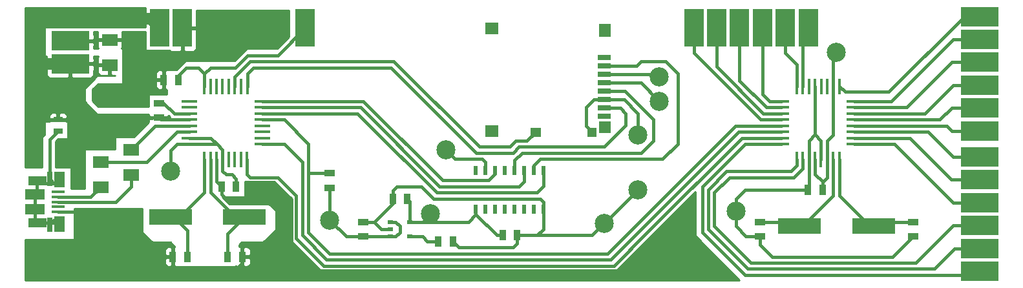
<source format=gtl>
G04 (created by PCBNEW-RS274X (2012-apr-16-27)-stable) date 2012-12-30T00:56:22 CET*
G01*
G70*
G90*
%MOIN*%
G04 Gerber Fmt 3.4, Leading zero omitted, Abs format*
%FSLAX34Y34*%
G04 APERTURE LIST*
%ADD10C,0.006000*%
%ADD11R,0.017700X0.078700*%
%ADD12R,0.078700X0.017700*%
%ADD13R,0.220500X0.082700*%
%ADD14R,0.080000X0.060000*%
%ADD15R,0.068900X0.015700*%
%ADD16R,0.098400X0.056100*%
%ADD17R,0.055100X0.078700*%
%ADD18R,0.096500X0.051200*%
%ADD19R,0.027600X0.071900*%
%ADD20R,0.030000X0.020000*%
%ADD21R,0.055000X0.035000*%
%ADD22R,0.035000X0.055000*%
%ADD23R,0.045000X0.025000*%
%ADD24R,0.066100X0.031500*%
%ADD25R,0.059100X0.063000*%
%ADD26R,0.059100X0.066900*%
%ADD27R,0.066900X0.059100*%
%ADD28R,0.051200X0.050800*%
%ADD29R,0.055100X0.050800*%
%ADD30R,0.020000X0.045000*%
%ADD31R,0.098400X0.196900*%
%ADD32R,0.196900X0.098400*%
%ADD33C,0.098400*%
%ADD34C,0.015700*%
%ADD35C,0.059100*%
%ADD36C,0.010000*%
G04 APERTURE END LIST*
G54D10*
G54D11*
X17313Y-24101D03*
X16998Y-24101D03*
X16683Y-24101D03*
X16368Y-24101D03*
X16053Y-24101D03*
X15738Y-24101D03*
X15423Y-24101D03*
X15108Y-24101D03*
X15110Y-20335D03*
X17320Y-20335D03*
X17000Y-20335D03*
X16680Y-20335D03*
X16370Y-20335D03*
X16050Y-20335D03*
X15740Y-20335D03*
X15420Y-20335D03*
G54D12*
X14320Y-23317D03*
X14320Y-23003D03*
X14320Y-22687D03*
X14320Y-22373D03*
X14320Y-22057D03*
X14320Y-21743D03*
X14320Y-21427D03*
X14320Y-21113D03*
X18100Y-23315D03*
X18100Y-23005D03*
X18100Y-22685D03*
X18100Y-22375D03*
X18100Y-22065D03*
X18100Y-21745D03*
X18100Y-21425D03*
X18100Y-21105D03*
G54D11*
X47864Y-24101D03*
X47549Y-24101D03*
X47234Y-24101D03*
X46919Y-24101D03*
X46604Y-24101D03*
X46289Y-24101D03*
X45974Y-24101D03*
X45659Y-24101D03*
X45661Y-20335D03*
X47871Y-20335D03*
X47551Y-20335D03*
X47231Y-20335D03*
X46921Y-20335D03*
X46601Y-20335D03*
X46291Y-20335D03*
X45971Y-20335D03*
G54D12*
X44871Y-23317D03*
X44871Y-23003D03*
X44871Y-22687D03*
X44871Y-22373D03*
X44871Y-22057D03*
X44871Y-21743D03*
X44871Y-21427D03*
X44871Y-21113D03*
X48651Y-23315D03*
X48651Y-23005D03*
X48651Y-22685D03*
X48651Y-22375D03*
X48651Y-22065D03*
X48651Y-21745D03*
X48651Y-21425D03*
X48651Y-21105D03*
G54D13*
X13367Y-27087D03*
X17185Y-27087D03*
X49626Y-27559D03*
X45808Y-27559D03*
G54D14*
X09764Y-25532D03*
X09764Y-24232D03*
X11339Y-24902D03*
X11339Y-23602D03*
G54D15*
X07569Y-25787D03*
X07569Y-26043D03*
X07569Y-26299D03*
X07569Y-26555D03*
X07569Y-26811D03*
G54D16*
X06359Y-25920D03*
X06359Y-26678D03*
G54D17*
X07650Y-25157D03*
X07650Y-27441D03*
G54D18*
X06516Y-25226D03*
G54D19*
X07126Y-25123D03*
X07126Y-27475D03*
G54D18*
X06516Y-27372D03*
G54D20*
X24697Y-27342D03*
X24697Y-28092D03*
X25697Y-27342D03*
X24697Y-27717D03*
X25697Y-28092D03*
G54D21*
X23307Y-28092D03*
X23307Y-27342D03*
G54D22*
X27184Y-28346D03*
X27934Y-28346D03*
X25572Y-26142D03*
X24822Y-26142D03*
X17068Y-29134D03*
X16318Y-29134D03*
X13483Y-29134D03*
X14233Y-29134D03*
G54D21*
X12756Y-21200D03*
X12756Y-21950D03*
G54D22*
X16003Y-25512D03*
X16753Y-25512D03*
X46989Y-25669D03*
X46239Y-25669D03*
G54D21*
X43780Y-27342D03*
X43780Y-28092D03*
X51654Y-27342D03*
X51654Y-28092D03*
G54D23*
X07559Y-22062D03*
X07559Y-22662D03*
G54D22*
X13011Y-20000D03*
X13761Y-20000D03*
G54D21*
X21575Y-25572D03*
X21575Y-24822D03*
G54D24*
X35732Y-18858D03*
X35732Y-19291D03*
X35732Y-19724D03*
X35732Y-20157D03*
X35732Y-20591D03*
X35732Y-21024D03*
X35732Y-21457D03*
X35732Y-21890D03*
G54D25*
X35767Y-22445D03*
G54D26*
X35767Y-17461D03*
G54D27*
X29921Y-22657D03*
X29921Y-17343D03*
G54D28*
X35118Y-22699D03*
G54D29*
X32204Y-22699D03*
G54D22*
X31241Y-28031D03*
X30491Y-28031D03*
G54D30*
X29116Y-26669D03*
X29616Y-26669D03*
X30116Y-26669D03*
X30616Y-26669D03*
X31116Y-26669D03*
X31616Y-26669D03*
X32116Y-26669D03*
X32616Y-26669D03*
X32616Y-24669D03*
X32116Y-24669D03*
X31616Y-24669D03*
X31116Y-24669D03*
X30616Y-24669D03*
X30116Y-24669D03*
X29616Y-24669D03*
X29116Y-24669D03*
G54D14*
X10236Y-19233D03*
X10236Y-17933D03*
G54D31*
X12795Y-17323D03*
X13977Y-17323D03*
X20315Y-17323D03*
X46260Y-17323D03*
X45079Y-17323D03*
X43898Y-17323D03*
X42716Y-17323D03*
X41535Y-17323D03*
X40354Y-17323D03*
G54D32*
X55118Y-29882D03*
X55118Y-28701D03*
X55118Y-27520D03*
X55118Y-26338D03*
X55118Y-25157D03*
X55118Y-23976D03*
X55118Y-22638D03*
X55118Y-21457D03*
X55118Y-20276D03*
X55118Y-19094D03*
X55118Y-17913D03*
X55118Y-16732D03*
X08189Y-19174D03*
X08189Y-17992D03*
G54D33*
X47717Y-18583D03*
X11496Y-20787D03*
X11496Y-18583D03*
X13386Y-24724D03*
X09921Y-20787D03*
X21575Y-27244D03*
X38583Y-19843D03*
X27559Y-23622D03*
X37480Y-22835D03*
X42520Y-26772D03*
X37480Y-25669D03*
X35748Y-27402D03*
X40000Y-29291D03*
X09449Y-22677D03*
X09449Y-27559D03*
X37638Y-29291D03*
X26772Y-26929D03*
X38583Y-21102D03*
G54D34*
X24697Y-27342D02*
X24980Y-27342D01*
X47551Y-20335D02*
X47551Y-18749D01*
X47026Y-25257D02*
X47234Y-25049D01*
X24978Y-28092D02*
X24697Y-28092D01*
X47234Y-24101D02*
X47234Y-23159D01*
X15444Y-23003D02*
X15758Y-23317D01*
X13386Y-23642D02*
X13386Y-24724D01*
X16753Y-25099D02*
X16753Y-25512D01*
X25197Y-27873D02*
X24978Y-28092D01*
X22423Y-28092D02*
X23307Y-28092D01*
X16053Y-24714D02*
X16221Y-24882D01*
X23307Y-28092D02*
X24697Y-28092D01*
X16053Y-24101D02*
X16053Y-24714D01*
X47234Y-23159D02*
X47551Y-22842D01*
X13711Y-23317D02*
X13386Y-23642D01*
X11496Y-20787D02*
X09921Y-20787D01*
X16053Y-23612D02*
X16053Y-24101D01*
X16221Y-24882D02*
X16536Y-24882D01*
X46604Y-24101D02*
X46604Y-24872D01*
X25197Y-27559D02*
X25197Y-27873D01*
X21575Y-27244D02*
X22423Y-28092D01*
X13711Y-23317D02*
X14320Y-23317D01*
X46989Y-25257D02*
X46989Y-25669D01*
X47551Y-22842D02*
X47551Y-20335D01*
X46604Y-24872D02*
X46989Y-25257D01*
X14320Y-23003D02*
X15444Y-23003D01*
X11496Y-18583D02*
X11496Y-20787D01*
X24980Y-27342D02*
X25197Y-27559D01*
X46989Y-25257D02*
X47026Y-25257D01*
X47551Y-18749D02*
X47717Y-18583D01*
X47234Y-25049D02*
X47234Y-24101D01*
X15758Y-23317D02*
X16053Y-23612D01*
X21575Y-25572D02*
X21575Y-27244D01*
X16536Y-24882D02*
X16753Y-25099D01*
X14320Y-23317D02*
X15758Y-23317D01*
X15108Y-25817D02*
X13838Y-27087D01*
X13543Y-27087D02*
X14233Y-27777D01*
X13838Y-27087D02*
X13367Y-27087D01*
X14233Y-27777D02*
X14233Y-29134D01*
X13367Y-27087D02*
X13543Y-27087D01*
X15108Y-24101D02*
X15108Y-25817D01*
X17164Y-27087D02*
X16318Y-27933D01*
X16693Y-27087D02*
X17185Y-27087D01*
X15423Y-25817D02*
X16693Y-27087D01*
X16318Y-27933D02*
X16318Y-29134D01*
X15423Y-24101D02*
X15423Y-25817D01*
X17185Y-27087D02*
X17164Y-27087D01*
X26360Y-28092D02*
X25697Y-28092D01*
X27184Y-28346D02*
X26614Y-28346D01*
X26614Y-28346D02*
X26360Y-28092D01*
X17481Y-19055D02*
X24881Y-19055D01*
X16680Y-20335D02*
X16680Y-19856D01*
X31181Y-23150D02*
X30866Y-23465D01*
X31753Y-23150D02*
X31181Y-23150D01*
X32204Y-22699D02*
X31753Y-23150D01*
X29291Y-23465D02*
X24881Y-19055D01*
X16680Y-19856D02*
X17481Y-19055D01*
X30866Y-23465D02*
X29291Y-23465D01*
X23005Y-21745D02*
X23465Y-22205D01*
X32280Y-25827D02*
X32283Y-25827D01*
X32283Y-25827D02*
X32283Y-25824D01*
X32283Y-25824D02*
X32616Y-25494D01*
X18100Y-21745D02*
X23005Y-21745D01*
X27087Y-25827D02*
X32280Y-25827D01*
X23465Y-22205D02*
X27087Y-25827D01*
X32616Y-25494D02*
X32616Y-24669D01*
X39528Y-19685D02*
X38898Y-19055D01*
X38898Y-19055D02*
X37638Y-19055D01*
X37402Y-19291D02*
X37638Y-19055D01*
X35732Y-19291D02*
X37402Y-19291D01*
X32116Y-24669D02*
X32116Y-24419D01*
X39528Y-23307D02*
X38741Y-24094D01*
X39528Y-19685D02*
X39528Y-23307D01*
X36220Y-24094D02*
X38741Y-24094D01*
X32441Y-24094D02*
X36220Y-24094D01*
X32116Y-24419D02*
X32441Y-24094D01*
X38583Y-19843D02*
X38464Y-19724D01*
X29449Y-24095D02*
X28032Y-24095D01*
X29616Y-24262D02*
X29449Y-24095D01*
X28032Y-24095D02*
X27559Y-23622D01*
X29616Y-24669D02*
X29616Y-24262D01*
X38464Y-19724D02*
X35732Y-19724D01*
X36575Y-21457D02*
X35732Y-21457D01*
X29134Y-23780D02*
X31023Y-23780D01*
X31338Y-23465D02*
X35748Y-23465D01*
X35748Y-23465D02*
X36850Y-22363D01*
X17638Y-19370D02*
X24724Y-19370D01*
X36850Y-22363D02*
X36850Y-21732D01*
X17320Y-20335D02*
X17320Y-19688D01*
X17320Y-19688D02*
X17638Y-19370D01*
X31023Y-23780D02*
X31338Y-23465D01*
X24724Y-19370D02*
X29134Y-23780D01*
X36850Y-21732D02*
X36575Y-21457D01*
X29764Y-25197D02*
X27411Y-25197D01*
X30116Y-24669D02*
X30116Y-24845D01*
X23310Y-21105D02*
X27411Y-25197D01*
X18100Y-21105D02*
X23310Y-21105D01*
X30116Y-24845D02*
X29764Y-25197D01*
X48651Y-22375D02*
X53071Y-22375D01*
X53399Y-22375D02*
X53662Y-22638D01*
X53662Y-22638D02*
X55118Y-22638D01*
X53071Y-22375D02*
X53399Y-22375D01*
X48651Y-22065D02*
X53053Y-22065D01*
X53661Y-21457D02*
X55118Y-21457D01*
X53053Y-22065D02*
X53661Y-21457D01*
X48651Y-21745D02*
X52271Y-21745D01*
X53740Y-20276D02*
X55118Y-20276D01*
X52271Y-21745D02*
X53740Y-20276D01*
X48651Y-21425D02*
X51331Y-21425D01*
X53662Y-19094D02*
X55118Y-19094D01*
X51331Y-21425D02*
X53662Y-19094D01*
X48651Y-21105D02*
X50391Y-21105D01*
X50391Y-21105D02*
X50548Y-21105D01*
X53740Y-17913D02*
X55118Y-17913D01*
X50548Y-21105D02*
X53740Y-17913D01*
X47871Y-20335D02*
X48166Y-20630D01*
X54292Y-16732D02*
X55118Y-16732D01*
X50394Y-20630D02*
X54292Y-16732D01*
X48166Y-20630D02*
X50394Y-20630D01*
X45971Y-17612D02*
X46260Y-17323D01*
X45971Y-20335D02*
X45971Y-17612D01*
X45079Y-18623D02*
X45079Y-17323D01*
X45661Y-19205D02*
X45079Y-18623D01*
X45661Y-20335D02*
X45661Y-19205D01*
X44871Y-21113D02*
X44262Y-21113D01*
X43898Y-20749D02*
X43898Y-17323D01*
X44262Y-21113D02*
X43898Y-20749D01*
X44871Y-21427D02*
X44104Y-21427D01*
X42716Y-20039D02*
X42716Y-17323D01*
X44104Y-21427D02*
X42716Y-20039D01*
X41535Y-19330D02*
X41535Y-17323D01*
X44871Y-21743D02*
X43948Y-21743D01*
X43948Y-21743D02*
X41535Y-19330D01*
X40354Y-18622D02*
X40354Y-17323D01*
X43789Y-22057D02*
X40354Y-18622D01*
X44871Y-22057D02*
X43789Y-22057D01*
X52126Y-30079D02*
X54921Y-30079D01*
X42992Y-23307D02*
X40787Y-25512D01*
X44871Y-23317D02*
X42992Y-23307D01*
X40787Y-27874D02*
X42992Y-30079D01*
X42992Y-30079D02*
X52126Y-30079D01*
X40787Y-25512D02*
X40787Y-27874D01*
X54921Y-30079D02*
X55118Y-29882D01*
X41102Y-25669D02*
X41102Y-27716D01*
X44095Y-29764D02*
X51811Y-29764D01*
X45659Y-24419D02*
X45354Y-24724D01*
X45354Y-24724D02*
X42047Y-24724D01*
X43150Y-29764D02*
X44095Y-29764D01*
X41102Y-27716D02*
X43150Y-29764D01*
X52756Y-29764D02*
X53819Y-28701D01*
X42047Y-24724D02*
X41102Y-25669D01*
X45659Y-24101D02*
X45659Y-24419D01*
X51811Y-29764D02*
X52756Y-29764D01*
X53819Y-28701D02*
X55118Y-28701D01*
X42205Y-25039D02*
X41417Y-25827D01*
X45974Y-24577D02*
X45512Y-25039D01*
X45974Y-24101D02*
X45974Y-24577D01*
X43307Y-29449D02*
X44252Y-29449D01*
X44252Y-29449D02*
X51653Y-29449D01*
X53740Y-27520D02*
X55118Y-27520D01*
X51653Y-29449D02*
X51811Y-29449D01*
X45512Y-25039D02*
X42205Y-25039D01*
X41417Y-27559D02*
X42992Y-29134D01*
X41417Y-25827D02*
X41417Y-27559D01*
X51811Y-29449D02*
X53740Y-27520D01*
X42992Y-29134D02*
X43307Y-29449D01*
X50717Y-23315D02*
X53740Y-26338D01*
X53740Y-26338D02*
X55118Y-26338D01*
X48651Y-23315D02*
X50717Y-23315D01*
X53648Y-25157D02*
X55118Y-25157D01*
X51496Y-23005D02*
X53648Y-25157D01*
X48651Y-23005D02*
X51496Y-23005D01*
X48651Y-22685D02*
X52449Y-22685D01*
X53740Y-23976D02*
X55118Y-23976D01*
X52449Y-22685D02*
X53740Y-23976D01*
X16693Y-19370D02*
X17323Y-18740D01*
X15110Y-20335D02*
X15110Y-19685D01*
X15110Y-19685D02*
X15118Y-19685D01*
X15118Y-19685D02*
X15433Y-19370D01*
X13761Y-19782D02*
X13761Y-20000D01*
X18898Y-18740D02*
X20315Y-17323D01*
X14173Y-19370D02*
X13761Y-19782D01*
X15433Y-19370D02*
X16693Y-19370D01*
X17323Y-18740D02*
X18898Y-18740D01*
X15110Y-19677D02*
X14803Y-19370D01*
X15110Y-19685D02*
X15110Y-19677D01*
X14803Y-19370D02*
X14173Y-19370D01*
X31616Y-25234D02*
X31616Y-24669D01*
X23157Y-21425D02*
X27247Y-25508D01*
X27247Y-25508D02*
X31342Y-25508D01*
X18100Y-21425D02*
X23157Y-21425D01*
X31342Y-25508D02*
X31616Y-25234D01*
X31116Y-24669D02*
X31116Y-24160D01*
X35732Y-20591D02*
X36812Y-20591D01*
X38268Y-23149D02*
X37637Y-23780D01*
X31496Y-23780D02*
X36062Y-23780D01*
X38268Y-22047D02*
X38268Y-23149D01*
X31116Y-24160D02*
X31496Y-23780D01*
X36062Y-23780D02*
X37637Y-23780D01*
X36812Y-20591D02*
X38268Y-22047D01*
X19843Y-28189D02*
X21260Y-29606D01*
X17313Y-24101D02*
X17313Y-24872D01*
X18898Y-25039D02*
X19843Y-25984D01*
X21260Y-29606D02*
X36221Y-29606D01*
X17313Y-24872D02*
X17480Y-25039D01*
X36221Y-29606D02*
X37953Y-27874D01*
X42824Y-23003D02*
X43768Y-23003D01*
X19843Y-25984D02*
X19843Y-28189D01*
X17480Y-25039D02*
X18898Y-25039D01*
X37953Y-27874D02*
X42824Y-23003D01*
X43768Y-23003D02*
X44871Y-23003D01*
X37323Y-27559D02*
X42509Y-22373D01*
X43454Y-22373D02*
X44871Y-22373D01*
X35906Y-28976D02*
X37323Y-27559D01*
X21575Y-24822D02*
X20472Y-24822D01*
X20472Y-24822D02*
X20472Y-24882D01*
X21575Y-28976D02*
X35906Y-28976D01*
X20472Y-23307D02*
X20472Y-23465D01*
X20472Y-24882D02*
X20472Y-27873D01*
X18100Y-22065D02*
X19230Y-22065D01*
X20472Y-23465D02*
X20472Y-24882D01*
X20472Y-27873D02*
X21575Y-28976D01*
X19230Y-22065D02*
X20472Y-23307D01*
X42509Y-22373D02*
X43454Y-22373D01*
X42668Y-22687D02*
X43612Y-22687D01*
X43612Y-22687D02*
X44871Y-22687D01*
X36063Y-29291D02*
X37638Y-27717D01*
X18100Y-23315D02*
X19221Y-23315D01*
X20157Y-24251D02*
X20157Y-28031D01*
X21417Y-29291D02*
X36063Y-29291D01*
X37638Y-27717D02*
X42668Y-22687D01*
X20157Y-28031D02*
X21417Y-29291D01*
X19221Y-23315D02*
X20157Y-24251D01*
X10552Y-26299D02*
X11339Y-25512D01*
X07569Y-26299D02*
X10552Y-26299D01*
X11339Y-25512D02*
X11339Y-24902D01*
X07569Y-26043D02*
X09253Y-26043D01*
X09253Y-26043D02*
X09764Y-25532D01*
X14320Y-22373D02*
X12568Y-22373D01*
X12568Y-22373D02*
X11339Y-23602D01*
X12146Y-24232D02*
X09764Y-24232D01*
X14320Y-22687D02*
X13691Y-22687D01*
X13691Y-22687D02*
X12146Y-24232D01*
X07347Y-27254D02*
X07126Y-27475D01*
X07347Y-25344D02*
X07126Y-25123D01*
X06457Y-27372D02*
X07532Y-27372D01*
X06359Y-26678D02*
X06359Y-27274D01*
X06359Y-25920D02*
X06359Y-26678D01*
X07126Y-23095D02*
X07126Y-25123D01*
X07650Y-25344D02*
X06575Y-25344D01*
X06457Y-25226D02*
X06457Y-25822D01*
X07650Y-27254D02*
X07347Y-27254D01*
X07650Y-25344D02*
X07347Y-25344D01*
X06359Y-27274D02*
X06457Y-27372D01*
X07532Y-27372D02*
X07650Y-27254D01*
X07559Y-22662D02*
X07126Y-23095D01*
X06575Y-25344D02*
X06457Y-25226D01*
X06457Y-25822D02*
X06359Y-25920D01*
X13554Y-21743D02*
X13011Y-21200D01*
X13011Y-21200D02*
X12756Y-21200D01*
X14320Y-21743D02*
X13554Y-21743D01*
X45591Y-27342D02*
X45808Y-27559D01*
X47549Y-25984D02*
X45974Y-27559D01*
X47549Y-24101D02*
X47549Y-25984D01*
X45974Y-27559D02*
X45808Y-27559D01*
X43780Y-27342D02*
X45591Y-27342D01*
X47864Y-24101D02*
X47864Y-25974D01*
X49843Y-27342D02*
X49626Y-27559D01*
X47864Y-25974D02*
X49449Y-27559D01*
X49449Y-27559D02*
X49626Y-27559D01*
X51654Y-27342D02*
X49843Y-27342D01*
X19055Y-28662D02*
X18583Y-29134D01*
G54D35*
X06614Y-16850D02*
X12322Y-16850D01*
G54D34*
X36772Y-21024D02*
X37480Y-21732D01*
X24252Y-27717D02*
X24697Y-27717D01*
X11024Y-29134D02*
X13483Y-29134D01*
X46289Y-25619D02*
X46239Y-25669D01*
X17637Y-29921D02*
X19843Y-29921D01*
X28249Y-28661D02*
X31024Y-28661D01*
G54D35*
X06299Y-17165D02*
X06614Y-16850D01*
G54D34*
X35748Y-27402D02*
X35119Y-28031D01*
X25039Y-25512D02*
X24822Y-25729D01*
X19055Y-26772D02*
X19055Y-28662D01*
X46289Y-24101D02*
X46289Y-23134D01*
X24822Y-26142D02*
X24822Y-26397D01*
X32441Y-26142D02*
X26930Y-26142D01*
X42520Y-26772D02*
X42520Y-27559D01*
X37008Y-29921D02*
X37638Y-29291D01*
X43053Y-28092D02*
X43780Y-28092D01*
X15738Y-25247D02*
X16003Y-25512D01*
X16003Y-25924D02*
X16378Y-26299D01*
X44409Y-29134D02*
X50612Y-29134D01*
X12441Y-29449D02*
X12756Y-29764D01*
X40000Y-29291D02*
X37638Y-29291D01*
X18582Y-26299D02*
X19055Y-26772D01*
X16003Y-25512D02*
X16003Y-25924D01*
X43780Y-28092D02*
X43780Y-28505D01*
X15738Y-24101D02*
X15738Y-25247D01*
X32616Y-26669D02*
X32616Y-27699D01*
X31241Y-28031D02*
X32284Y-28031D01*
X18583Y-29134D02*
X17068Y-29134D01*
X16764Y-29764D02*
X17068Y-29460D01*
X35196Y-21024D02*
X35732Y-21024D01*
X35118Y-22699D02*
X34803Y-22384D01*
X37323Y-25827D02*
X35748Y-27402D01*
X27934Y-28346D02*
X28249Y-28661D01*
X35732Y-21024D02*
X36772Y-21024D01*
X32616Y-27699D02*
X32616Y-26919D01*
X31024Y-28661D02*
X31241Y-28444D01*
X46601Y-22822D02*
X46601Y-20335D01*
X26300Y-25512D02*
X25039Y-25512D01*
X24822Y-26397D02*
X23877Y-27342D01*
X09449Y-27559D02*
X11024Y-29134D01*
X37480Y-21732D02*
X37480Y-22835D01*
X32616Y-26669D02*
X32616Y-26317D01*
X17068Y-29460D02*
X17068Y-29134D01*
X16378Y-26299D02*
X18582Y-26299D01*
X20157Y-29607D02*
X20157Y-29606D01*
G54D35*
X08189Y-19174D02*
X06733Y-19174D01*
G54D34*
X35119Y-28031D02*
X32284Y-28031D01*
X31241Y-28444D02*
X31241Y-28031D01*
X32616Y-26317D02*
X32441Y-26142D01*
X34803Y-21417D02*
X35196Y-21024D01*
X19843Y-29921D02*
X20157Y-29607D01*
X24822Y-25729D02*
X24822Y-26142D01*
X12863Y-22057D02*
X12756Y-21950D01*
X10176Y-21950D02*
X09449Y-22677D01*
X12756Y-21950D02*
X10176Y-21950D01*
X08701Y-26811D02*
X07569Y-26811D01*
X32284Y-28031D02*
X32616Y-27699D01*
X13483Y-29134D02*
X12441Y-29134D01*
X12441Y-29134D02*
X13483Y-29134D01*
X09449Y-27559D02*
X08701Y-26811D01*
X46289Y-24101D02*
X46289Y-25619D01*
X46919Y-23140D02*
X46601Y-22822D01*
X46919Y-24101D02*
X46919Y-23140D01*
X43780Y-28505D02*
X44409Y-29134D01*
X16764Y-29764D02*
X17480Y-29764D01*
X12756Y-29764D02*
X16764Y-29764D01*
X46289Y-23134D02*
X46601Y-22822D01*
X23877Y-27342D02*
X24252Y-27717D01*
X37480Y-25669D02*
X35748Y-27402D01*
X17480Y-29764D02*
X17637Y-29921D01*
X19843Y-29921D02*
X37008Y-29921D01*
X23307Y-27342D02*
X23877Y-27342D01*
X42993Y-25669D02*
X42520Y-26142D01*
X14320Y-22057D02*
X12863Y-22057D01*
X42520Y-26142D02*
X42520Y-26772D01*
G54D35*
X06299Y-18740D02*
X06299Y-17165D01*
G54D34*
X42520Y-27559D02*
X43053Y-28092D01*
X26930Y-26142D02*
X26300Y-25512D01*
G54D35*
X06733Y-19174D02*
X06299Y-18740D01*
G54D34*
X50612Y-29134D02*
X51654Y-28092D01*
X12441Y-29134D02*
X12441Y-29449D01*
G54D35*
X12322Y-16850D02*
X12795Y-17323D01*
G54D34*
X34803Y-22384D02*
X34803Y-21417D01*
X46239Y-25669D02*
X42993Y-25669D01*
X29116Y-26669D02*
X29116Y-26947D01*
X29116Y-26947D02*
X28721Y-27342D01*
X28721Y-27342D02*
X25697Y-27342D01*
X30200Y-28031D02*
X30491Y-28031D01*
X29116Y-26947D02*
X30200Y-28031D01*
X26772Y-26929D02*
X26359Y-27342D01*
X25697Y-27342D02*
X25697Y-26267D01*
X26359Y-27342D02*
X25697Y-27342D01*
X37638Y-20157D02*
X38583Y-21102D01*
X35732Y-20157D02*
X37638Y-20157D01*
X25697Y-26267D02*
X25572Y-26142D01*
G54D10*
G36*
X42714Y-30344D02*
X17493Y-30344D01*
X17493Y-29246D01*
X17493Y-29022D01*
X17492Y-28908D01*
X17492Y-28809D01*
X17454Y-28718D01*
X17384Y-28648D01*
X17292Y-28610D01*
X17180Y-28609D01*
X17118Y-28671D01*
X17118Y-29084D01*
X17431Y-29084D01*
X17493Y-29022D01*
X17493Y-29246D01*
X17431Y-29184D01*
X17118Y-29184D01*
X17118Y-29597D01*
X17180Y-29659D01*
X17292Y-29658D01*
X17384Y-29620D01*
X17454Y-29550D01*
X17492Y-29459D01*
X17492Y-29360D01*
X17493Y-29246D01*
X17493Y-30344D01*
X13433Y-30344D01*
X13433Y-29597D01*
X13433Y-29184D01*
X13433Y-29084D01*
X13433Y-28671D01*
X13371Y-28609D01*
X13259Y-28610D01*
X13167Y-28648D01*
X13097Y-28718D01*
X13059Y-28809D01*
X13059Y-28908D01*
X13058Y-29022D01*
X13120Y-29084D01*
X13433Y-29084D01*
X13433Y-29184D01*
X13120Y-29184D01*
X13058Y-29246D01*
X13059Y-29360D01*
X13059Y-29459D01*
X13097Y-29550D01*
X13167Y-29620D01*
X13259Y-29658D01*
X13371Y-29659D01*
X13433Y-29597D01*
X13433Y-30344D01*
X05877Y-30344D01*
X05877Y-28239D01*
X08396Y-28239D01*
X08396Y-26664D01*
X11919Y-26664D01*
X11919Y-27895D01*
X12420Y-28396D01*
X13365Y-28396D01*
X13586Y-28617D01*
X13533Y-28671D01*
X13533Y-29034D01*
X13533Y-29084D01*
X13533Y-29184D01*
X13533Y-29234D01*
X13533Y-29597D01*
X13595Y-29659D01*
X13707Y-29658D01*
X13711Y-29656D01*
X16714Y-29656D01*
X16751Y-29619D01*
X16752Y-29620D01*
X16844Y-29658D01*
X16956Y-29659D01*
X17018Y-29597D01*
X17018Y-29234D01*
X17018Y-29184D01*
X17018Y-29084D01*
X17018Y-29034D01*
X17018Y-28671D01*
X16956Y-28609D01*
X16900Y-28609D01*
X16900Y-28525D01*
X17029Y-28396D01*
X18132Y-28396D01*
X18790Y-27738D01*
X18790Y-26750D01*
X18446Y-26406D01*
X16399Y-26406D01*
X16030Y-26037D01*
X16103Y-26037D01*
X16103Y-26034D01*
X16112Y-26034D01*
X16115Y-26037D01*
X16227Y-26036D01*
X16231Y-26034D01*
X17215Y-26034D01*
X17215Y-25247D01*
X18719Y-25247D01*
X19635Y-26163D01*
X19635Y-28367D01*
X21081Y-29813D01*
X21260Y-29813D01*
X36221Y-29813D01*
X36399Y-29813D01*
X40422Y-25790D01*
X40422Y-28052D01*
X42714Y-30344D01*
X42714Y-30344D01*
G37*
G54D36*
X42714Y-30344D02*
X17493Y-30344D01*
X17493Y-29246D01*
X17493Y-29022D01*
X17492Y-28908D01*
X17492Y-28809D01*
X17454Y-28718D01*
X17384Y-28648D01*
X17292Y-28610D01*
X17180Y-28609D01*
X17118Y-28671D01*
X17118Y-29084D01*
X17431Y-29084D01*
X17493Y-29022D01*
X17493Y-29246D01*
X17431Y-29184D01*
X17118Y-29184D01*
X17118Y-29597D01*
X17180Y-29659D01*
X17292Y-29658D01*
X17384Y-29620D01*
X17454Y-29550D01*
X17492Y-29459D01*
X17492Y-29360D01*
X17493Y-29246D01*
X17493Y-30344D01*
X13433Y-30344D01*
X13433Y-29597D01*
X13433Y-29184D01*
X13433Y-29084D01*
X13433Y-28671D01*
X13371Y-28609D01*
X13259Y-28610D01*
X13167Y-28648D01*
X13097Y-28718D01*
X13059Y-28809D01*
X13059Y-28908D01*
X13058Y-29022D01*
X13120Y-29084D01*
X13433Y-29084D01*
X13433Y-29184D01*
X13120Y-29184D01*
X13058Y-29246D01*
X13059Y-29360D01*
X13059Y-29459D01*
X13097Y-29550D01*
X13167Y-29620D01*
X13259Y-29658D01*
X13371Y-29659D01*
X13433Y-29597D01*
X13433Y-30344D01*
X05877Y-30344D01*
X05877Y-28239D01*
X08396Y-28239D01*
X08396Y-26664D01*
X11919Y-26664D01*
X11919Y-27895D01*
X12420Y-28396D01*
X13365Y-28396D01*
X13586Y-28617D01*
X13533Y-28671D01*
X13533Y-29034D01*
X13533Y-29084D01*
X13533Y-29184D01*
X13533Y-29234D01*
X13533Y-29597D01*
X13595Y-29659D01*
X13707Y-29658D01*
X13711Y-29656D01*
X16714Y-29656D01*
X16751Y-29619D01*
X16752Y-29620D01*
X16844Y-29658D01*
X16956Y-29659D01*
X17018Y-29597D01*
X17018Y-29234D01*
X17018Y-29184D01*
X17018Y-29084D01*
X17018Y-29034D01*
X17018Y-28671D01*
X16956Y-28609D01*
X16900Y-28609D01*
X16900Y-28525D01*
X17029Y-28396D01*
X18132Y-28396D01*
X18790Y-27738D01*
X18790Y-26750D01*
X18446Y-26406D01*
X16399Y-26406D01*
X16030Y-26037D01*
X16103Y-26037D01*
X16103Y-26034D01*
X16112Y-26034D01*
X16115Y-26037D01*
X16227Y-26036D01*
X16231Y-26034D01*
X17215Y-26034D01*
X17215Y-25247D01*
X18719Y-25247D01*
X19635Y-26163D01*
X19635Y-28367D01*
X21081Y-29813D01*
X21260Y-29813D01*
X36221Y-29813D01*
X36399Y-29813D01*
X40422Y-25790D01*
X40422Y-28052D01*
X42714Y-30344D01*
G54D10*
G36*
X19478Y-17774D02*
X18877Y-18375D01*
X17302Y-18375D01*
X16672Y-19005D01*
X14716Y-19005D01*
X14716Y-17434D01*
X14655Y-17373D01*
X14027Y-17373D01*
X14027Y-18493D01*
X14088Y-18554D01*
X14518Y-18553D01*
X14608Y-18516D01*
X14678Y-18446D01*
X14715Y-18356D01*
X14715Y-18258D01*
X14716Y-17434D01*
X14716Y-19005D01*
X14152Y-19005D01*
X13680Y-19478D01*
X13178Y-19478D01*
X13122Y-19478D01*
X13061Y-19539D01*
X13061Y-19900D01*
X13061Y-19950D01*
X13061Y-20050D01*
X13061Y-20100D01*
X13061Y-20461D01*
X13122Y-20522D01*
X13178Y-20521D01*
X13178Y-20737D01*
X12961Y-20737D01*
X12961Y-20461D01*
X12961Y-20050D01*
X12961Y-19950D01*
X12961Y-19539D01*
X12900Y-19478D01*
X12787Y-19479D01*
X12697Y-19516D01*
X12627Y-19586D01*
X12590Y-19676D01*
X12590Y-19774D01*
X12589Y-19889D01*
X12650Y-19950D01*
X12961Y-19950D01*
X12961Y-20050D01*
X12650Y-20050D01*
X12589Y-20111D01*
X12590Y-20226D01*
X12590Y-20324D01*
X12627Y-20414D01*
X12697Y-20484D01*
X12787Y-20521D01*
X12900Y-20522D01*
X12961Y-20461D01*
X12961Y-20737D01*
X12233Y-20737D01*
X12233Y-21367D01*
X09627Y-21367D01*
X09341Y-21081D01*
X09341Y-20493D01*
X09627Y-20207D01*
X10916Y-20207D01*
X10916Y-18375D01*
X10842Y-18375D01*
X10845Y-18372D01*
X10882Y-18282D01*
X10883Y-18044D01*
X10822Y-17983D01*
X10336Y-17983D01*
X10286Y-17983D01*
X10186Y-17983D01*
X10136Y-17983D01*
X09650Y-17983D01*
X09589Y-18044D01*
X09590Y-18282D01*
X09627Y-18372D01*
X09630Y-18375D01*
X09419Y-18375D01*
X09420Y-18103D01*
X09359Y-18042D01*
X08289Y-18042D01*
X08239Y-18042D01*
X08139Y-18042D01*
X08139Y-17942D01*
X08239Y-17942D01*
X08289Y-17942D01*
X09359Y-17942D01*
X09420Y-17881D01*
X09419Y-17530D01*
X09612Y-17530D01*
X09590Y-17584D01*
X09589Y-17822D01*
X09650Y-17883D01*
X10136Y-17883D01*
X10186Y-17883D01*
X10286Y-17883D01*
X10336Y-17883D01*
X10822Y-17883D01*
X10883Y-17822D01*
X10882Y-17584D01*
X10859Y-17530D01*
X12076Y-17530D01*
X12076Y-18475D01*
X13305Y-18475D01*
X13346Y-18516D01*
X13436Y-18553D01*
X13866Y-18554D01*
X13927Y-18493D01*
X13927Y-17423D01*
X13927Y-17373D01*
X13927Y-17273D01*
X14027Y-17273D01*
X14077Y-17273D01*
X14655Y-17273D01*
X14716Y-17212D01*
X14715Y-16428D01*
X19478Y-16428D01*
X19478Y-17774D01*
X19478Y-17774D01*
G37*
G54D36*
X19478Y-17774D02*
X18877Y-18375D01*
X17302Y-18375D01*
X16672Y-19005D01*
X14716Y-19005D01*
X14716Y-17434D01*
X14655Y-17373D01*
X14027Y-17373D01*
X14027Y-18493D01*
X14088Y-18554D01*
X14518Y-18553D01*
X14608Y-18516D01*
X14678Y-18446D01*
X14715Y-18356D01*
X14715Y-18258D01*
X14716Y-17434D01*
X14716Y-19005D01*
X14152Y-19005D01*
X13680Y-19478D01*
X13178Y-19478D01*
X13122Y-19478D01*
X13061Y-19539D01*
X13061Y-19900D01*
X13061Y-19950D01*
X13061Y-20050D01*
X13061Y-20100D01*
X13061Y-20461D01*
X13122Y-20522D01*
X13178Y-20521D01*
X13178Y-20737D01*
X12961Y-20737D01*
X12961Y-20461D01*
X12961Y-20050D01*
X12961Y-19950D01*
X12961Y-19539D01*
X12900Y-19478D01*
X12787Y-19479D01*
X12697Y-19516D01*
X12627Y-19586D01*
X12590Y-19676D01*
X12590Y-19774D01*
X12589Y-19889D01*
X12650Y-19950D01*
X12961Y-19950D01*
X12961Y-20050D01*
X12650Y-20050D01*
X12589Y-20111D01*
X12590Y-20226D01*
X12590Y-20324D01*
X12627Y-20414D01*
X12697Y-20484D01*
X12787Y-20521D01*
X12900Y-20522D01*
X12961Y-20461D01*
X12961Y-20737D01*
X12233Y-20737D01*
X12233Y-21367D01*
X09627Y-21367D01*
X09341Y-21081D01*
X09341Y-20493D01*
X09627Y-20207D01*
X10916Y-20207D01*
X10916Y-18375D01*
X10842Y-18375D01*
X10845Y-18372D01*
X10882Y-18282D01*
X10883Y-18044D01*
X10822Y-17983D01*
X10336Y-17983D01*
X10286Y-17983D01*
X10186Y-17983D01*
X10136Y-17983D01*
X09650Y-17983D01*
X09589Y-18044D01*
X09590Y-18282D01*
X09627Y-18372D01*
X09630Y-18375D01*
X09419Y-18375D01*
X09420Y-18103D01*
X09359Y-18042D01*
X08289Y-18042D01*
X08239Y-18042D01*
X08139Y-18042D01*
X08139Y-17942D01*
X08239Y-17942D01*
X08289Y-17942D01*
X09359Y-17942D01*
X09420Y-17881D01*
X09419Y-17530D01*
X09612Y-17530D01*
X09590Y-17584D01*
X09589Y-17822D01*
X09650Y-17883D01*
X10136Y-17883D01*
X10186Y-17883D01*
X10286Y-17883D01*
X10336Y-17883D01*
X10822Y-17883D01*
X10883Y-17822D01*
X10882Y-17584D01*
X10859Y-17530D01*
X12076Y-17530D01*
X12076Y-18475D01*
X13305Y-18475D01*
X13346Y-18516D01*
X13436Y-18553D01*
X13866Y-18554D01*
X13927Y-18493D01*
X13927Y-17423D01*
X13927Y-17373D01*
X13927Y-17273D01*
X14027Y-17273D01*
X14077Y-17273D01*
X14655Y-17273D01*
X14716Y-17212D01*
X14715Y-16428D01*
X19478Y-16428D01*
X19478Y-17774D01*
G54D10*
G36*
X12845Y-17373D02*
X12745Y-17373D01*
X12745Y-17273D01*
X12845Y-17273D01*
X12845Y-17373D01*
X12845Y-17373D01*
G37*
G54D36*
X12845Y-17373D02*
X12745Y-17373D01*
X12745Y-17273D01*
X12845Y-17273D01*
X12845Y-17373D01*
G54D10*
G36*
X13336Y-21997D02*
X12420Y-21997D01*
X12417Y-22000D01*
X12295Y-22000D01*
X12234Y-22061D01*
X12235Y-22174D01*
X12237Y-22179D01*
X11475Y-22942D01*
X10501Y-22942D01*
X10501Y-23572D01*
X08926Y-23572D01*
X08926Y-25619D01*
X08239Y-25619D01*
X08239Y-24517D01*
X08139Y-24517D01*
X08139Y-19852D01*
X08139Y-19224D01*
X07019Y-19224D01*
X06958Y-19285D01*
X06959Y-19715D01*
X06996Y-19805D01*
X07066Y-19875D01*
X07156Y-19912D01*
X07254Y-19912D01*
X08078Y-19913D01*
X08139Y-19852D01*
X08139Y-24517D01*
X07452Y-24517D01*
X07452Y-23171D01*
X07580Y-23042D01*
X08081Y-23042D01*
X08081Y-22155D01*
X08031Y-22155D01*
X08031Y-21951D01*
X08030Y-21888D01*
X07993Y-21798D01*
X07923Y-21728D01*
X07833Y-21691D01*
X07735Y-21691D01*
X07670Y-21690D01*
X07609Y-21751D01*
X07609Y-22012D01*
X07970Y-22012D01*
X08031Y-21951D01*
X08031Y-22155D01*
X08013Y-22155D01*
X07970Y-22112D01*
X07659Y-22112D01*
X07609Y-22112D01*
X07509Y-22112D01*
X07509Y-22012D01*
X07509Y-21751D01*
X07448Y-21690D01*
X07383Y-21691D01*
X07285Y-21691D01*
X07195Y-21728D01*
X07125Y-21798D01*
X07088Y-21888D01*
X07087Y-21951D01*
X07148Y-22012D01*
X07509Y-22012D01*
X07509Y-22112D01*
X07459Y-22112D01*
X07148Y-22112D01*
X07105Y-22155D01*
X06879Y-22155D01*
X06879Y-22814D01*
X06722Y-22971D01*
X06722Y-24517D01*
X05877Y-24517D01*
X05877Y-16270D01*
X12065Y-16270D01*
X12057Y-16290D01*
X12057Y-16388D01*
X12056Y-17212D01*
X12067Y-17223D01*
X12056Y-17223D01*
X12056Y-17273D01*
X06879Y-17273D01*
X06879Y-18790D01*
X06958Y-18790D01*
X06958Y-19063D01*
X07019Y-19124D01*
X08089Y-19124D01*
X08139Y-19124D01*
X08239Y-19124D01*
X08289Y-19124D01*
X09359Y-19124D01*
X09420Y-19063D01*
X09419Y-18790D01*
X09631Y-18790D01*
X09627Y-18794D01*
X09590Y-18884D01*
X09589Y-19122D01*
X09650Y-19183D01*
X10136Y-19183D01*
X10186Y-19183D01*
X10286Y-19183D01*
X10286Y-19283D01*
X10286Y-19333D01*
X10286Y-19719D01*
X10347Y-19780D01*
X10501Y-19779D01*
X10501Y-19793D01*
X10186Y-19793D01*
X10186Y-19719D01*
X10186Y-19283D01*
X09650Y-19283D01*
X09589Y-19344D01*
X09590Y-19582D01*
X09627Y-19672D01*
X09697Y-19742D01*
X09787Y-19779D01*
X09885Y-19779D01*
X10125Y-19780D01*
X10186Y-19719D01*
X10186Y-19793D01*
X09585Y-19793D01*
X09420Y-19957D01*
X09420Y-19285D01*
X09359Y-19224D01*
X08239Y-19224D01*
X08239Y-19852D01*
X08300Y-19913D01*
X09124Y-19912D01*
X09222Y-19912D01*
X09312Y-19875D01*
X09382Y-19805D01*
X09419Y-19715D01*
X09420Y-19285D01*
X09420Y-19957D01*
X08926Y-20451D01*
X08926Y-21123D01*
X09585Y-21782D01*
X12234Y-21782D01*
X12234Y-21839D01*
X12295Y-21900D01*
X12656Y-21900D01*
X12706Y-21900D01*
X12806Y-21900D01*
X12856Y-21900D01*
X13217Y-21900D01*
X13271Y-21846D01*
X13336Y-21911D01*
X13336Y-21997D01*
X13336Y-21997D01*
G37*
G54D36*
X13336Y-21997D02*
X12420Y-21997D01*
X12417Y-22000D01*
X12295Y-22000D01*
X12234Y-22061D01*
X12235Y-22174D01*
X12237Y-22179D01*
X11475Y-22942D01*
X10501Y-22942D01*
X10501Y-23572D01*
X08926Y-23572D01*
X08926Y-25619D01*
X08239Y-25619D01*
X08239Y-24517D01*
X08139Y-24517D01*
X08139Y-19852D01*
X08139Y-19224D01*
X07019Y-19224D01*
X06958Y-19285D01*
X06959Y-19715D01*
X06996Y-19805D01*
X07066Y-19875D01*
X07156Y-19912D01*
X07254Y-19912D01*
X08078Y-19913D01*
X08139Y-19852D01*
X08139Y-24517D01*
X07452Y-24517D01*
X07452Y-23171D01*
X07580Y-23042D01*
X08081Y-23042D01*
X08081Y-22155D01*
X08031Y-22155D01*
X08031Y-21951D01*
X08030Y-21888D01*
X07993Y-21798D01*
X07923Y-21728D01*
X07833Y-21691D01*
X07735Y-21691D01*
X07670Y-21690D01*
X07609Y-21751D01*
X07609Y-22012D01*
X07970Y-22012D01*
X08031Y-21951D01*
X08031Y-22155D01*
X08013Y-22155D01*
X07970Y-22112D01*
X07659Y-22112D01*
X07609Y-22112D01*
X07509Y-22112D01*
X07509Y-22012D01*
X07509Y-21751D01*
X07448Y-21690D01*
X07383Y-21691D01*
X07285Y-21691D01*
X07195Y-21728D01*
X07125Y-21798D01*
X07088Y-21888D01*
X07087Y-21951D01*
X07148Y-22012D01*
X07509Y-22012D01*
X07509Y-22112D01*
X07459Y-22112D01*
X07148Y-22112D01*
X07105Y-22155D01*
X06879Y-22155D01*
X06879Y-22814D01*
X06722Y-22971D01*
X06722Y-24517D01*
X05877Y-24517D01*
X05877Y-16270D01*
X12065Y-16270D01*
X12057Y-16290D01*
X12057Y-16388D01*
X12056Y-17212D01*
X12067Y-17223D01*
X12056Y-17223D01*
X12056Y-17273D01*
X06879Y-17273D01*
X06879Y-18790D01*
X06958Y-18790D01*
X06958Y-19063D01*
X07019Y-19124D01*
X08089Y-19124D01*
X08139Y-19124D01*
X08239Y-19124D01*
X08289Y-19124D01*
X09359Y-19124D01*
X09420Y-19063D01*
X09419Y-18790D01*
X09631Y-18790D01*
X09627Y-18794D01*
X09590Y-18884D01*
X09589Y-19122D01*
X09650Y-19183D01*
X10136Y-19183D01*
X10186Y-19183D01*
X10286Y-19183D01*
X10286Y-19283D01*
X10286Y-19333D01*
X10286Y-19719D01*
X10347Y-19780D01*
X10501Y-19779D01*
X10501Y-19793D01*
X10186Y-19793D01*
X10186Y-19719D01*
X10186Y-19283D01*
X09650Y-19283D01*
X09589Y-19344D01*
X09590Y-19582D01*
X09627Y-19672D01*
X09697Y-19742D01*
X09787Y-19779D01*
X09885Y-19779D01*
X10125Y-19780D01*
X10186Y-19719D01*
X10186Y-19793D01*
X09585Y-19793D01*
X09420Y-19957D01*
X09420Y-19285D01*
X09359Y-19224D01*
X08239Y-19224D01*
X08239Y-19852D01*
X08300Y-19913D01*
X09124Y-19912D01*
X09222Y-19912D01*
X09312Y-19875D01*
X09382Y-19805D01*
X09419Y-19715D01*
X09420Y-19285D01*
X09420Y-19957D01*
X08926Y-20451D01*
X08926Y-21123D01*
X09585Y-21782D01*
X12234Y-21782D01*
X12234Y-21839D01*
X12295Y-21900D01*
X12656Y-21900D01*
X12706Y-21900D01*
X12806Y-21900D01*
X12856Y-21900D01*
X13217Y-21900D01*
X13271Y-21846D01*
X13336Y-21911D01*
X13336Y-21997D01*
M02*

</source>
